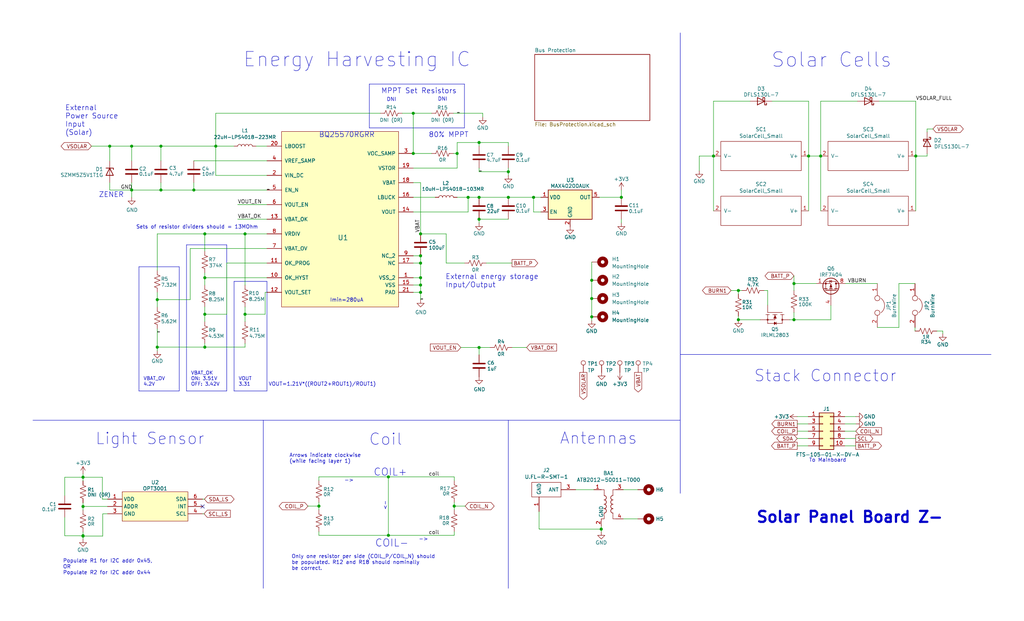
<source format=kicad_sch>
(kicad_sch (version 20230121) (generator eeschema)
  (paper "USLegal")
  (title_block (title "PyCubed Mini") (date "2023-04-25") (rev "B3/02") (company "REx Lab Carnegie Mellon University") (comment 1 "Z.Manchester") (comment 2 "N.Khera") (comment 3 "M.Holliday"))
  (junction (at 38.1 50.8))
  (junction (at 166.37 49.53))
  (junction (at 28.829 186.182))
  (junction (at 54.61 104.14))
  (junction (at 143.51 53.34))
  (junction (at 45.72 66.04))
  (junction (at 208.788 183.896))
  (junction (at 275.717 111.125))
  (junction (at 146.05 88.9))
  (junction (at 110.744 175.895))
  (junction (at 205.486 97.409))
  (junction (at 28.829 165.862))
  (junction (at 71.12 109.22))
  (junction (at 157.734 175.895))
  (junction (at 74.93 50.8))
  (junction (at 85.09 81.28))
  (junction (at 54.61 120.65))
  (junction (at 28.829 186.309))
  (junction (at 85.09 109.22))
  (junction (at 162.56 68.58))
  (junction (at 71.12 96.52))
  (junction (at 176.53 59.69))
  (junction (at 55.88 50.8))
  (junction (at 247.777 54.229))
  (junction (at 284.988 54.229))
  (junction (at 146.05 81.28))
  (junction (at 146.05 96.52))
  (junction (at 146.05 101.6))
  (junction (at 71.12 120.65))
  (junction (at 143.51 39.37))
  (junction (at 215.773 68.58))
  (junction (at 166.37 120.777))
  (junction (at 134.874 165.735))
  (junction (at 158.75 53.34))
  (junction (at 28.829 176.022))
  (junction (at 256.413 100.965))
  (junction (at 146.05 99.06))
  (junction (at 166.37 76.2))
  (junction (at 67.31 66.04))
  (junction (at 55.88 66.04))
  (junction (at 185.293 68.58))
  (junction (at 256.413 111.125))
  (junction (at 318.008 54.229))
  (junction (at 280.797 54.229))
  (junction (at 134.874 186.055))
  (junction (at 205.486 103.759))
  (junction (at 205.486 110.109))
  (junction (at 176.53 68.58))
  (junction (at 71.12 81.28))
  (junction (at 45.72 50.8))
  (junction (at 275.717 98.552))
  (junction (at 146.05 91.44))
  (junction (at 166.37 68.58))
  (no_connect (at 70.358 176.022))
  (wire (pts (xy 143.51 101.6) (xy 146.05 101.6)))
  (wire (pts (xy 275.717 111.125) (xy 288.544 111.125)))
  (wire (pts (xy 38.1 63.5) (xy 38.1 66.04)))
  (wire (pts (xy 146.05 91.44) (xy 146.05 88.9)))
  (polyline (pts (xy 78.74 85.09) (xy 78.74 135.89)))
  (wire (pts (xy 275.717 108.585) (xy 275.717 111.125)))
  (wire (pts (xy 71.12 106.68) (xy 71.12 109.22)))
  (wire (pts (xy 280.797 35.179) (xy 268.097 35.179)))
  (wire (pts (xy 110.744 174.625) (xy 110.744 175.895)))
  (polyline (pts (xy 81.28 97.79) (xy 92.71 97.79)))
  (wire (pts (xy 205.486 97.409) (xy 205.486 103.759)))
  (wire (pts (xy 321.945 53.467) (xy 321.945 54.229)))
  (wire (pts (xy 85.09 119.38) (xy 85.09 120.65)))
  (wire (pts (xy 293.624 98.552) (xy 304.673 98.552)))
  (wire (pts (xy 146.05 81.28) (xy 146.05 63.5)))
  (polyline (pts (xy 92.71 97.79) (xy 92.71 135.89)))
  (wire (pts (xy 275.717 98.552) (xy 275.717 100.965)))
  (wire (pts (xy 205.486 111.379) (xy 205.486 110.109)))
  (wire (pts (xy 78.74 91.44) (xy 92.71 91.44)))
  (wire (pts (xy 54.61 120.65) (xy 71.12 120.65)))
  (wire (pts (xy 158.75 53.34) (xy 158.75 58.42)))
  (wire (pts (xy 242.824 54.229) (xy 247.777 54.229)))
  (wire (pts (xy 157.48 39.37) (xy 167.64 39.37)))
  (wire (pts (xy 82.55 76.2) (xy 92.71 76.2)))
  (wire (pts (xy 139.7 39.37) (xy 143.51 39.37)))
  (wire (pts (xy 176.53 60.96) (xy 176.53 59.69)))
  (wire (pts (xy 143.51 99.06) (xy 146.05 99.06)))
  (wire (pts (xy 275.717 98.552) (xy 283.464 98.552)))
  (wire (pts (xy 247.777 35.179) (xy 247.777 54.229)))
  (wire (pts (xy 176.53 58.42) (xy 176.53 59.69)))
  (wire (pts (xy 110.744 184.785) (xy 110.744 186.055)))
  (wire (pts (xy 45.72 50.8) (xy 55.88 50.8)))
  (wire (pts (xy 35.687 178.562) (xy 35.687 186.309)))
  (wire (pts (xy 321.945 44.831) (xy 321.945 45.847)))
  (wire (pts (xy 318.008 35.179) (xy 318.008 54.229)))
  (polyline (pts (xy 92.71 135.89) (xy 81.28 135.89)))
  (wire (pts (xy 146.05 104.14) (xy 146.05 101.6)))
  (wire (pts (xy 85.09 81.28) (xy 85.09 99.06)))
  (wire (pts (xy 160.02 120.777) (xy 166.37 120.777)))
  (wire (pts (xy 134.874 165.735) (xy 157.734 165.735)))
  (wire (pts (xy 166.37 76.2) (xy 176.53 76.2)))
  (wire (pts (xy 321.945 44.831) (xy 323.977 44.831)))
  (wire (pts (xy 28.829 187.325) (xy 28.829 186.309)))
  (wire (pts (xy 22.479 172.212) (xy 22.479 165.862)))
  (wire (pts (xy 208.788 182.88) (xy 208.788 183.896)))
  (polyline (pts (xy 176.53 146.05) (xy 176.53 204.47)))
  (wire (pts (xy 28.829 174.752) (xy 28.829 176.022)))
  (polyline (pts (xy 64.77 135.89) (xy 64.77 85.09)))
  (polyline (pts (xy 236.22 11.43) (xy 236.22 171.45)))
  (wire (pts (xy 74.93 50.8) (xy 74.93 60.96)))
  (wire (pts (xy 134.874 186.055) (xy 157.734 186.055)))
  (wire (pts (xy 28.829 186.309) (xy 35.687 186.309)))
  (wire (pts (xy 256.413 111.125) (xy 264.033 111.125)))
  (wire (pts (xy 74.93 39.37) (xy 74.93 50.8)))
  (polyline (pts (xy 161.29 44.45) (xy 128.27 44.45)))
  (wire (pts (xy 166.37 58.42) (xy 166.37 59.69)))
  (wire (pts (xy 35.687 178.562) (xy 37.338 178.562)))
  (polyline (pts (xy 91.44 146.05) (xy 91.44 204.47)))
  (wire (pts (xy 22.479 165.862) (xy 28.829 165.862)))
  (wire (pts (xy 208.915 183.896) (xy 208.788 183.896)))
  (wire (pts (xy 67.31 66.04) (xy 67.31 63.5)))
  (polyline (pts (xy 161.29 29.21) (xy 161.29 44.45)))
  (wire (pts (xy 276.86 154.94) (xy 280.67 154.94)))
  (wire (pts (xy 253.873 100.965) (xy 256.413 100.965)))
  (wire (pts (xy 54.61 114.3) (xy 54.61 120.65)))
  (wire (pts (xy 205.486 91.059) (xy 205.486 97.409)))
  (wire (pts (xy 260.477 35.179) (xy 247.777 35.179)))
  (wire (pts (xy 208.153 68.58) (xy 215.773 68.58)))
  (wire (pts (xy 215.773 76.2) (xy 215.773 77.47)))
  (wire (pts (xy 55.88 66.04) (xy 67.31 66.04)))
  (wire (pts (xy 158.75 68.58) (xy 162.56 68.58)))
  (wire (pts (xy 146.05 88.9) (xy 143.51 88.9)))
  (wire (pts (xy 297.18 147.32) (xy 293.37 147.32)))
  (wire (pts (xy 276.86 147.32) (xy 280.67 147.32)))
  (wire (pts (xy 71.12 119.38) (xy 71.12 120.65)))
  (wire (pts (xy 92.71 55.88) (xy 67.31 55.88)))
  (wire (pts (xy 199.898 170.18) (xy 206.248 170.18)))
  (wire (pts (xy 284.988 54.229) (xy 284.988 73.279)))
  (wire (pts (xy 146.05 99.06) (xy 146.05 96.52)))
  (wire (pts (xy 276.86 152.4) (xy 280.67 152.4)))
  (wire (pts (xy 177.8 120.777) (xy 182.88 120.777)))
  (wire (pts (xy 55.88 50.8) (xy 55.88 55.88)))
  (wire (pts (xy 71.12 94.869) (xy 71.12 96.52)))
  (wire (pts (xy 284.988 35.179) (xy 284.988 54.229)))
  (wire (pts (xy 55.88 50.8) (xy 74.93 50.8)))
  (wire (pts (xy 71.12 81.28) (xy 54.61 81.28)))
  (wire (pts (xy 28.829 184.912) (xy 28.829 186.182)))
  (wire (pts (xy 161.544 175.895) (xy 157.734 175.895)))
  (wire (pts (xy 45.72 55.88) (xy 45.72 50.8)))
  (wire (pts (xy 157.734 184.785) (xy 157.734 186.055)))
  (wire (pts (xy 293.37 152.4) (xy 297.18 152.4)))
  (wire (pts (xy 221.488 170.18) (xy 216.408 170.18)))
  (wire (pts (xy 256.413 100.965) (xy 257.683 100.965)))
  (wire (pts (xy 143.51 53.34) (xy 143.51 39.37)))
  (polyline (pts (xy 62.23 135.89) (xy 48.26 135.89)))
  (polyline (pts (xy 128.27 29.21) (xy 161.29 29.21)))
  (wire (pts (xy 92.075 109.22) (xy 92.075 101.6)))
  (wire (pts (xy 74.93 50.8) (xy 81.28 50.8)))
  (wire (pts (xy 74.93 60.96) (xy 92.71 60.96)))
  (polyline (pts (xy 62.23 92.71) (xy 62.23 135.89)))
  (wire (pts (xy 256.413 100.965) (xy 256.413 102.235)))
  (wire (pts (xy 54.61 121.92) (xy 54.61 120.65)))
  (wire (pts (xy 85.09 81.28) (xy 92.71 81.28)))
  (wire (pts (xy 38.1 55.88) (xy 38.1 50.8)))
  (wire (pts (xy 166.37 50.8) (xy 166.37 49.53)))
  (wire (pts (xy 166.37 59.69) (xy 176.53 59.69)))
  (wire (pts (xy 280.797 54.229) (xy 284.988 54.229)))
  (wire (pts (xy 35.56 165.862) (xy 28.829 165.862)))
  (wire (pts (xy 66.04 104.14) (xy 66.04 86.36)))
  (wire (pts (xy 110.744 165.735) (xy 134.874 165.735)))
  (wire (pts (xy 158.75 49.53) (xy 166.37 49.53)))
  (wire (pts (xy 317.754 98.552) (xy 312.166 98.552)))
  (wire (pts (xy 293.37 149.86) (xy 297.18 149.86)))
  (wire (pts (xy 312.166 98.552) (xy 312.166 113.792)))
  (wire (pts (xy 35.56 173.482) (xy 37.338 173.482)))
  (wire (pts (xy 280.797 54.229) (xy 280.797 73.279)))
  (wire (pts (xy 146.05 101.6) (xy 146.05 99.06)))
  (wire (pts (xy 167.64 39.37) (xy 167.64 40.64)))
  (wire (pts (xy 55.88 63.5) (xy 55.88 66.04)))
  (wire (pts (xy 146.05 96.52) (xy 146.05 91.44)))
  (wire (pts (xy 28.829 186.309) (xy 28.829 186.182)))
  (wire (pts (xy 266.573 106.045) (xy 266.573 100.965)))
  (wire (pts (xy 154.94 91.44) (xy 154.94 81.28)))
  (polyline (pts (xy 81.28 135.89) (xy 81.28 97.79)))
  (wire (pts (xy 82.55 71.12) (xy 92.71 71.12)))
  (polyline (pts (xy 78.74 135.89) (xy 64.77 135.89)))
  (wire (pts (xy 110.744 165.735) (xy 110.744 167.005)))
  (wire (pts (xy 28.829 164.719) (xy 28.829 165.862)))
  (wire (pts (xy 166.37 123.317) (xy 166.37 120.777)))
  (wire (pts (xy 54.61 104.14) (xy 66.04 104.14)))
  (wire (pts (xy 327.406 115.951) (xy 327.406 115.062)))
  (wire (pts (xy 154.94 91.44) (xy 161.29 91.44)))
  (wire (pts (xy 162.56 73.66) (xy 162.56 68.58)))
  (wire (pts (xy 297.688 35.179) (xy 284.988 35.179)))
  (wire (pts (xy 166.37 76.2) (xy 166.37 77.47)))
  (wire (pts (xy 92.71 66.04) (xy 67.31 66.04)))
  (wire (pts (xy 157.48 53.34) (xy 158.75 53.34)))
  (wire (pts (xy 71.12 120.65) (xy 85.09 120.65)))
  (wire (pts (xy 187.325 183.769) (xy 187.325 183.896)))
  (wire (pts (xy 317.754 113.792) (xy 317.754 115.062)))
  (wire (pts (xy 321.945 54.229) (xy 318.008 54.229)))
  (wire (pts (xy 215.773 66.04) (xy 215.773 68.58)))
  (wire (pts (xy 85.09 106.68) (xy 85.09 109.22)))
  (wire (pts (xy 106.934 175.895) (xy 110.744 175.895)))
  (wire (pts (xy 157.734 165.735) (xy 157.734 167.005)))
  (polyline (pts (xy 48.26 92.71) (xy 62.23 92.71)))
  (wire (pts (xy 31.75 50.8) (xy 38.1 50.8)))
  (wire (pts (xy 205.486 103.759) (xy 205.486 110.109)))
  (wire (pts (xy 318.008 54.229) (xy 318.008 73.279)))
  (wire (pts (xy 166.37 49.53) (xy 176.53 49.53)))
  (wire (pts (xy 187.198 183.769) (xy 187.198 177.8)))
  (polyline (pts (xy 64.77 85.09) (xy 78.74 85.09)))
  (wire (pts (xy 162.56 68.58) (xy 166.37 68.58)))
  (wire (pts (xy 71.12 109.22) (xy 78.74 109.22)))
  (wire (pts (xy 256.413 109.855) (xy 256.413 111.125)))
  (wire (pts (xy 143.51 68.58) (xy 151.13 68.58)))
  (wire (pts (xy 185.293 73.66) (xy 185.293 68.58)))
  (wire (pts (xy 176.53 68.58) (xy 185.293 68.58)))
  (wire (pts (xy 304.673 113.792) (xy 312.166 113.792)))
  (wire (pts (xy 71.12 96.52) (xy 71.12 99.06)))
  (wire (pts (xy 221.488 180.34) (xy 216.408 180.34)))
  (wire (pts (xy 38.1 66.04) (xy 45.72 66.04)))
  (wire (pts (xy 85.09 81.28) (xy 71.12 81.28)))
  (wire (pts (xy 70.358 173.482) (xy 70.993 173.482)))
  (wire (pts (xy 85.09 109.22) (xy 85.09 111.76)))
  (wire (pts (xy 28.829 176.022) (xy 28.829 177.292)))
  (wire (pts (xy 38.1 50.8) (xy 45.72 50.8)))
  (wire (pts (xy 92.075 101.6) (xy 92.71 101.6)))
  (wire (pts (xy 242.824 54.229) (xy 242.824 59.309)))
  (wire (pts (xy 265.303 100.965) (xy 266.573 100.965)))
  (wire (pts (xy 275.717 95.885) (xy 275.717 98.552)))
  (wire (pts (xy 158.75 58.42) (xy 143.51 58.42)))
  (wire (pts (xy 88.9 50.8) (xy 92.71 50.8)))
  (wire (pts (xy 45.72 66.04) (xy 55.88 66.04)))
  (wire (pts (xy 280.67 144.78) (xy 276.86 144.78)))
  (wire (pts (xy 54.61 104.14) (xy 54.61 106.68)))
  (wire (pts (xy 28.829 165.862) (xy 28.829 167.132)))
  (wire (pts (xy 276.86 149.86) (xy 280.67 149.86)))
  (wire (pts (xy 187.325 183.896) (xy 208.788 183.896)))
  (wire (pts (xy 54.61 81.28) (xy 54.61 93.98)))
  (wire (pts (xy 168.91 91.44) (xy 177.8 91.44)))
  (wire (pts (xy 297.18 154.94) (xy 293.37 154.94)))
  (wire (pts (xy 71.12 81.28) (xy 71.12 87.249)))
  (wire (pts (xy 134.874 165.735) (xy 134.874 186.055)))
  (polyline (pts (xy 236.22 123.19) (xy 344.17 123.19)))
  (wire (pts (xy 157.734 175.895) (xy 157.734 177.165)))
  (wire (pts (xy 110.744 175.895) (xy 110.744 177.165)))
  (wire (pts (xy 280.797 54.229) (xy 280.797 35.179)))
  (wire (pts (xy 185.293 68.58) (xy 187.833 68.58)))
  (wire (pts (xy 143.51 39.37) (xy 149.86 39.37)))
  (wire (pts (xy 74.93 39.37) (xy 132.08 39.37)))
  (wire (pts (xy 143.51 73.66) (xy 162.56 73.66)))
  (polyline (pts (xy 48.26 135.89) (xy 48.26 92.71)))
  (wire (pts (xy 54.61 101.6) (xy 54.61 104.14)))
  (wire (pts (xy 22.479 186.182) (xy 28.829 186.182)))
  (wire (pts (xy 143.51 91.44) (xy 146.05 91.44)))
  (wire (pts (xy 187.325 183.769) (xy 187.198 183.769)))
  (wire (pts (xy 71.12 109.22) (xy 71.12 111.76)))
  (wire (pts (xy 274.193 111.125) (xy 275.717 111.125)))
  (wire (pts (xy 288.544 106.172) (xy 288.544 111.125)))
  (wire (pts (xy 176.53 50.8) (xy 176.53 49.53)))
  (wire (pts (xy 166.37 120.777) (xy 170.18 120.777)))
  (wire (pts (xy 247.777 73.279) (xy 247.777 54.229)))
  (wire (pts (xy 157.734 174.625) (xy 157.734 175.895)))
  (polyline (pts (xy 11.43 146.05) (xy 236.22 146.05)))
  (wire (pts (xy 66.04 86.36) (xy 92.71 86.36)))
  (wire (pts (xy 305.308 35.179) (xy 318.008 35.179)))
  (wire (pts (xy 158.75 49.53) (xy 158.75 53.34)))
  (wire (pts (xy 154.94 81.28) (xy 146.05 81.28)))
  (wire (pts (xy 45.72 63.5) (xy 45.72 66.04)))
  (wire (pts (xy 297.18 144.78) (xy 293.37 144.78)))
  (wire (pts (xy 71.12 96.52) (xy 92.71 96.52)))
  (wire (pts (xy 187.833 73.66) (xy 185.293 73.66)))
  (wire (pts (xy 28.829 176.022) (xy 37.338 176.022)))
  (wire (pts (xy 110.744 186.055) (xy 134.874 186.055)))
  (wire (pts (xy 208.788 184.785) (xy 208.788 183.896)))
  (wire (pts (xy 45.72 66.04) (xy 45.72 68.58)))
  (wire (pts (xy 22.479 179.832) (xy 22.479 186.182)))
  (wire (pts (xy 35.56 173.482) (xy 35.56 165.862)))
  (wire (pts (xy 143.51 53.34) (xy 149.86 53.34)))
  (wire (pts (xy 78.74 109.22) (xy 78.74 91.44)))
  (wire (pts (xy 143.51 96.52) (xy 146.05 96.52)))
  (wire (pts (xy 85.09 109.22) (xy 92.075 109.22)))
  (polyline (pts (xy 128.27 44.45) (xy 128.27 29.21)))
  (wire (pts (xy 327.406 115.062) (xy 325.374 115.062)))
  (wire (pts (xy 70.358 178.562) (xy 70.866 178.562)))
  (wire (pts (xy 166.37 68.58) (xy 176.53 68.58)))
  (wire (pts (xy 146.05 63.5) (xy 143.51 63.5)))
  (text "Antennas" (at 194.31 154.813 0) (effects (font (size 4 4)) (justify left bottom)))
  (text "80% MPPT " (at 148.844 48.006 0) (effects (font (size 1.778 1.778)) (justify left bottom)))
  (text "DNI" (at 152.019 35.306 0) (effects (font (size 1.27 1.27)) (justify left bottom)))
  (text "Solar Cells\n" (at 267.716 23.876 0) (effects (font (size 5 5)) (justify left bottom)))
  (text "External\nPower Source\nInput\n(Solar)" (at 22.606 47.244 0) (effects (font (size 1.778 1.778)) (justify left bottom)))
  (text "Only one resistor per side (COIL_P/COIL_N) should \nbe populated. R12 and R18 should nominally \nbe correct." (at 101.219 198.374 0) (effects (font (size 1.27 1.27)) (justify left bottom)))
  (text "Stack Connector\n" (at 261.747 133.096 0) (effects (font (size 4 4)) (justify left bottom)))
  (text "VOUT\n3.31" (at 82.804 134.366 0) (effects (font (size 1.2 1.2)) (justify left bottom)))
  (text "->" (at 148.717 188.214 0) (effects (font (size 1.27 1.27)) (justify right bottom)))
  (text "Energy Harvesting IC" (at 84.328 23.749 0) (effects (font (size 5 5)) (justify left bottom)))
  (text "MPPT Set Resistors " (at 132.334 32.766 0) (effects (font (size 1.778 1.778)) (justify left bottom)))
  (text "Arrows indicate clockwise\n(while facing layer 1)" (at 100.457 161.163 0) (effects (font (size 1.27 1.27)) (justify left bottom)))
  (text "<-" (at 134.493 177.419 90) (effects (font (size 1.27 1.27)) (justify left bottom)))
  (text "External energy storage\nInput/Output" (at 154.686 100.203 0) (effects (font (size 1.778 1.778)) (justify left bottom)))
  (text "Populate R1 for I2C addr 0x45, \nOR\nPopulate R2 for I2C addr 0x44" (at 21.844 199.898 0) (effects (font (size 1.27 1.27)) (justify left bottom)))
  (text "COIL+" (at 129.667 165.735 0) (effects (font (size 2.54 2.54)) (justify left bottom)))
  (text "BQ25570RGRR" (at 110.744 48.006 0) (effects (font (size 1.778 1.778)) (justify left bottom)))
  (text "DNI" (at 134.239 35.433 0) (effects (font (size 1.27 1.27)) (justify left bottom)))
  (text "Light Sensor" (at 33.02 154.94 0) (effects (font (size 4 4)) (justify left bottom)))
  (text "Solar Panel Board Z-" (at 262.382 182.118 0) (effects (font (size 3.81 3.81) (thickness 0.762) bold) (justify left bottom)))
  (text "->" (at 119.507 167.767 0) (effects (font (size 1.27 1.27)) (justify left bottom)))
  (text "VOUT=1.21V*((ROUT2+ROUT1)/ROUT1)" (at 93.218 134.366 0) (effects (font (size 1.27 1.27)) (justify left bottom)))
  (text "VBAT_OV\n4.2V" (at 49.784 134.366 0) (effects (font (size 1.2 1.2)) (justify left bottom)))
  (text "VBAT_OK\nON: 3.51V\nOFF: 3.42V" (at 66.294 134.366 0) (effects (font (size 1.2 1.2)) (justify left bottom)))
  (text "COIL-" (at 130.175 190.373 0) (effects (font (size 2.54 2.54)) (justify left bottom)))
  (text "To Mainboard" (at 280.924 160.782 0) (effects (font (size 1.27 1.27)) (justify left bottom)))
  (text "Sets of resistor dividers should = 13MOhm" (at 47.244 79.756 0) (effects (font (size 1.27 1.27)) (justify left bottom)))
  (text "Imin=280uA" (at 114.554 105.156 0) (effects (font (size 1.27 1.27)) (justify left bottom)))
  (text "ZENER" (at 34.29 68.834 0) (effects (font (size 1.778 1.778)) (justify left bottom)))
  (text "Coil" (at 128.016 155.194 0) (effects (font (size 4 4)) (justify left bottom)))
  (label "GND" (at 158.75 39.37 0) (effects (font (size 0.254 0.254))))
  (label "coil" (at 148.844 186.055 0))
  (label "GND" (at 92.71 66.04 0) (effects (font (size 0.254 0.254))))
  (label "VBAT_OK" (at 82.55 76.2 0))
  (label "coil" (at 148.844 165.735 0))
  (label "VOUT_EN" (at 82.55 71.12 0))
  (label "VBURN" (at 300.863 98.552 180))
  (label "VBAT" (at 146.05 76.2 270))
  (label "GND" (at 166.37 59.69 0) (effects (font (size 0.254 0.254))))
  (label "GND" (at 146.05 104.14 0) (effects (font (size 0.254 0.254))))
  (label "GND" (at 41.91 66.04 0))
  (label "GND" (at 54.61 115.57 0) (effects (font (size 0.254 0.254))))
  (label "VSOLAR_FULL" (at 318.008 35.179 0))
  (global_label "SDA_LS" (shape bidirectional) (at 70.993 173.482 0) (property "Intersheetrefs" "${INTERSHEET_REFS}" (effects hide)))
  (global_label "VBAT_OK" (shape input) (at 182.88 120.777 0) (property "Intersheetrefs" "${INTERSHEET_REFS}" (effects hide)))
  (global_label "VSOLAR" (shape bidirectional) (at 31.75 50.8 180) (property "Intersheetrefs" "${INTERSHEET_REFS}" (effects hide)))
  (global_label "BATT_P" (shape output) (at 177.8 91.44 0) (property "Intersheetrefs" "${INTERSHEET_REFS}" (effects hide)))
  (global_label "VOUT_EN" (shape input) (at 160.02 120.777 180) (property "Intersheetrefs" "${INTERSHEET_REFS}" (effects hide)))
  (global_label "VSOLAR" (shape bidirectional) (at 323.977 44.831 0) (property "Intersheetrefs" "${INTERSHEET_REFS}" (effects hide)))
  (global_label "BURN1" (shape output) (at 276.86 147.32 180) (property "Intersheetrefs" "${INTERSHEET_REFS}" (effects hide)))
  (global_label "COIL_N" (shape input) (at 297.18 149.86 0) (property "Intersheetrefs" "${INTERSHEET_REFS}" (effects hide)))
  (global_label "BATT_P" (shape bidirectional) (at 275.717 95.885 180) (property "Intersheetrefs" "${INTERSHEET_REFS}" (effects hide)))
  (global_label "COIL_P" (shape bidirectional) (at 106.934 175.895 180) (property "Intersheetrefs" "${INTERSHEET_REFS}" (effects hide)))
  (global_label "BURN1" (shape bidirectional) (at 253.873 100.965 180) (property "Intersheetrefs" "${INTERSHEET_REFS}" (effects hide)))
  (global_label "SCL" (shape output) (at 297.18 152.4 0) (property "Intersheetrefs" "${INTERSHEET_REFS}" (effects hide)))
  (global_label "COIL_P" (shape output) (at 276.86 149.86 180) (property "Intersheetrefs" "${INTERSHEET_REFS}" (effects hide)))
  (global_label "BATT_P" (shape output) (at 276.86 154.94 180) (property "Intersheetrefs" "${INTERSHEET_REFS}" (effects hide)))
  (global_label "SCL_LS" (shape input) (at 70.866 178.562 0) (property "Intersheetrefs" "${INTERSHEET_REFS}" (effects hide)))
  (global_label "COIL_N" (shape bidirectional) (at 161.544 175.895 0) (property "Intersheetrefs" "${INTERSHEET_REFS}" (effects hide)))
  (global_label "VBAT" (shape output) (at 221.615 129.413 270) (property "Intersheetrefs" "${INTERSHEET_REFS}" (effects hide)))
  (global_label "VSOLAR" (shape output) (at 202.565 129.413 270) (property "Intersheetrefs" "${INTERSHEET_REFS}" (effects hide)))
  (global_label "BATT_P" (shape output) (at 297.18 154.94 0) (property "Intersheetrefs" "${INTERSHEET_REFS}" (effects hide)))
  (global_label "SDA" (shape bidirectional) (at 276.86 152.4 180) (property "Intersheetrefs" "${INTERSHEET_REFS}" (effects hide)))
  (symbol (lib_id "Device:C") (at 176.53 54.61 0) (unit 1)
    (property "Reference" "C9" (at 179.07 53.848 0) (effects (font (size 1.2 1.2)) (justify left)))
    (property "Value" "0.1uF" (at 179.07 55.626 0) (effects (font (size 1.2 1.2)) (justify left)))
    (property "Footprint" "Capacitor_SMD:C_0603_1608Metric" (effects hide))
    (property "Description" "CAP CER 0.1UF 50V X7R 0603" (effects hide))
    (property "Manufacturer_Name" "KYOCERA AVX" (effects hide))
    (property "Manufacturer_Part_Number" "06035C104K4T2A" (effects hide))
    (property "Package/Footprint" "0603" (effects hide))
    (property "Website" "https://www.digikey.pt/pt/products/detail/kyocera-avx/KAM15AR71H104KT/1950904?s=N4IgTCBcDaIAwDY4GYCsBhAjHALAaRwBUwBBEAXQF8g" (effects hide))
  )
  (symbol (lib_id "Device:R_US") (at 85.09 115.57 180) (unit 1)
    (property "Reference" "R11" (at 88.392 113.919 0) (effects (font (size 1.2 1.2)) (justify bottom)))
    (property "Value" "4.75M" (at 89.281 117.475 0) (effects (font (size 1.2 1.2)) (justify top)))
    (property "Footprint" "Resistor_SMD:R_0603_1608Metric" (effects hide))
    (property "Description" "RES 4.75M OHM 1% 1/10W 0603" (effects hide))
    (property "Manufacturer_Name" "Stackpole Electronics Inc" (effects hide))
    (property "Manufacturer_Part_Number" "RMCF0603FT4M75" (effects hide))
    (property "Package/Footprint" "0603" (effects hide))
    (property "Website" "https://www.digikey.pt/pt/products/detail/stackpole-electronics-inc/RMCF0603FT4M75/1761161?s=N4IgTCBcDaIEoFkDCAxADANjQZhQFQBYEB2AVhAF0BfIA" (effects hide))
  )
  (symbol (lib_id "Device:R_US") (at 85.09 102.87 180) (unit 1)
    (property "Reference" "R10" (at 88.138 101.219 0) (effects (font (size 1.2 1.2)) (justify bottom)))
    (property "Value" "8.25M" (at 89.154 104.648 0) (effects (font (size 1.2 1.2)) (justify top)))
    (property "Footprint" "Resistor_SMD:R_0603_1608Metric" (effects hide))
    (property "Description" "RES SMD 8.25M OHM 1% 1/10W 0603" (effects hide))
    (property "Manufacturer_Name" "Vishay Dale" (effects hide))
    (property "Manufacturer_Part_Number" "CRCW06038M25FKEA" (effects hide))
    (property "Package/Footprint" "0603" (effects hide))
    (property "Website" "https://www.digikey.pt/pt/products/detail/vishay-dale/CRCW06038M25FKEA/1175115" (effects hide))
  )
  (symbol (lib_id "Device:C") (at 215.773 72.39 0) (unit 1)
    (property "Reference" "C11" (at 218.313 71.374 0) (effects (font (size 1.2 1.2)) (justify left)))
    (property "Value" "0.1uF" (at 218.313 73.406 0) (effects (font (size 1.2 1.2)) (justify left)))
    (property "Footprint" "Capacitor_SMD:C_0603_1608Metric" (effects hide))
    (property "Description" "CAP CER 0.1UF 50V X7R 0603" (effects hide))
    (property "Manufacturer_Name" "KYOCERA AVX" (effects hide))
    (property "Manufacturer_Part_Number" "06035C104K4T2A" (effects hide))
    (property "Package/Footprint" "0603" (effects hide))
    (property "Website" "https://www.digikey.pt/pt/products/detail/kyocera-avx/KAM15AR71H104KT/1950904?s=N4IgTCBcDaIAwDY4GYCsBhAjHALAaRwBUwBBEAXQF8g" (effects hide))
  )
  (symbol (lib_id "Device:R_US") (at 165.1 91.44 270) (unit 1)
    (property "Reference" "R3" (at 165.1 90.17 90) (effects (font (size 1.2 1.2)) (justify bottom)))
    (property "Value" "0R" (at 165.1 93.091 90) (effects (font (size 1.2 1.2)) (justify top)))
    (property "Footprint" "Resistor_SMD:R_0603_1608Metric" (effects hide))
    (property "Description" "RES 0 OHM JUMPER 1/10W 0603" (effects hide))
    (property "Manufacturer_Name" "Stackpole Electronics Inc" (effects hide))
    (property "Manufacturer_Part_Number" "RMCF0603ZT0R00" (effects hide))
    (property "Package/Footprint" "0603" (effects hide))
    (property "Website" "https://www.digikey.pt/pt/products/detail/stackpole-electronics-inc/RMCF0603ZT0R00/1756908?s=N4IgTCBcDaIEoFkDCAxADANjQZgFoBU0400QBdAXyA" (effects hide))
  )
  (symbol (lib_id "Device:R_US") (at 54.61 110.49 180) (unit 1)
    (property "Reference" "R6" (at 57.15 108.966 0) (effects (font (size 1.2 1.2)) (justify bottom)))
    (property "Value" "5.62M" (at 58.674 112.395 0) (effects (font (size 1.2 1.2)) (justify top)))
    (property "Footprint" "Resistor_SMD:R_0603_1608Metric" (effects hide))
    (property "Description" "RES 5.62M OHM 1% 1/10W 0603" (effects hide))
    (property "Manufacturer_Name" "Stackpole Electronics Inc" (effects hide))
    (property "Manufacturer_Part_Number" "RMCF0603FT5M62" (effects hide))
    (property "Package/Footprint" "0603" (effects hide))
    (property "Website" "https://www.digikey.pt/pt/products/detail/stackpole-electronics-inc/RMCF0603FT5M62/6266838?s=N4IgTCBcDaIEoFkDCAxADANjQZhQFQFYEMIBdAXyA" (effects hide))
  )
  (symbol (lib_id "power:GND") (at 146.05 104.14 0) (unit 1)
    (property "Reference" "#PWR08" (effects hide))
    (property "Value" "GND" (at 146.177 108.5342 0))
  )
  (symbol (lib_id "power:GND") (at 54.61 121.92 0) (unit 1)
    (property "Reference" "#PWR04" (effects hide))
    (property "Value" "GND" (at 54.61 125.476 0))
  )
  (symbol (lib_id "power:GND") (at 45.72 68.58 0) (unit 1)
    (property "Reference" "#PWR03" (effects hide))
    (property "Value" "GND" (at 45.847 72.9742 0))
  )
  (symbol (lib_id "power:GND") (at 167.64 40.64 0) (unit 1)
    (property "Reference" "#PWR010" (effects hide))
    (property "Value" "GND" (at 167.64 44.45 0))
  )
  (symbol (lib_id "power:GND") (at 166.37 77.47 0) (unit 1)
    (property "Reference" "#PWR09" (effects hide))
    (property "Value" "GND" (at 166.37 81.153 0))
  )
  (symbol (lib_id "power:GND") (at 176.53 60.96 0) (unit 1)
    (property "Reference" "#PWR011" (effects hide))
    (property "Value" "GND" (at 176.53 64.77 0))
  )
  (symbol (lib_id "solarpanels:SolarCell_Small") (at 301.498 54.229 0) (mirror y) (unit 1)
    (property "Reference" "SC3" (at 301.498 44.958 0))
    (property "Value" "SolarCell_Small" (at 301.498 47.2694 0))
    (property "Footprint" "solarpanels:KXOB25-05X3F" (effects hide))
    (property "Description" "MONOCRYS SOLAR CELL 30.7MW 2.07V" (effects hide))
    (property "Manufacturer_Name" "ANYSOLAR Ltd" (effects hide))
    (property "Manufacturer_Part_Number" "KXOB25-05X3F-TR" (effects hide))
    (property "Website" "https://www.digikey.pt/pt/products/detail/anysolar-ltd/KXOB25-05X3F-TR/9990478?s=N4IgTCBcDaINIA0DyAhMBWAtABnQgzAGKYAqASiALoC%2BQA" (effects hide))
  )
  (symbol (lib_id "power:GND") (at 28.829 187.325 0) (unit 1)
    (property "Reference" "#PWR07" (effects hide))
    (property "Value" "GND" (at 28.829 191.135 0))
  )
  (symbol (lib_id "Device:R_US") (at 28.829 170.942 180) (unit 1)
    (property "Reference" "R1" (at 30.353 170.18 0) (effects (font (size 1.2 1.2)) (justify right)))
    (property "Value" "DNI (0R)" (at 30.353 171.958 0) (effects (font (size 1.2 1.2)) (justify right)))
    (property "Footprint" "Resistor_SMD:R_0402_1005Metric" (effects hide))
    (property "Description" "RES 0 OHM JUMPER 1/16W 0402" (effects hide))
    (property "Manufacturer_Name" "Stackpole Electronics Inc" (effects hide))
    (property "Manufacturer_Part_Number" "RMCF0402ZT0R00" (effects hide))
    (property "Package/Footprint" "0402" (effects hide))
    (property "Website" "https://www.digikey.pt/pt/products/detail/stackpole-electronics-inc/RMCF0402ZT0R00/1756905?s=N4IgTCBcDaIEoFkDCAxADAFjWAWgFTTjTRAF0BfIA" (effects hide))
    (property "DNI" "DNI" (effects hide))
  )
  (symbol (lib_id "solarpanels:SolarCell_Small") (at 301.498 73.279 0) (mirror y) (unit 1)
    (property "Reference" "SC4" (at 301.498 64.008 0))
    (property "Value" "SolarCell_Small" (at 301.498 66.3194 0))
    (property "Footprint" "solarpanels:KXOB25-05X3F" (effects hide))
    (property "Description" "MONOCRYS SOLAR CELL 30.7MW 2.07V" (effects hide))
    (property "Manufacturer_Name" "ANYSOLAR Ltd" (effects hide))
    (property "Manufacturer_Part_Number" "KXOB25-05X3F-TR" (effects hide))
    (property "Website" "https://www.digikey.pt/pt/products/detail/anysolar-ltd/KXOB25-05X3F-TR/9990478?s=N4IgTCBcDaINIA0DyAhMBWAtABnQgzAGKYAqASiALoC%2BQA" (effects hide))
  )
  (symbol (lib_id "solarpanels:SolarCell_Small") (at 264.287 54.229 0) (mirror y) (unit 1)
    (property "Reference" "SC1" (at 264.287 44.958 0))
    (property "Value" "SolarCell_Small" (at 264.287 47.2694 0))
    (property "Footprint" "solarpanels:KXOB25-05X3F" (effects hide))
    (property "Description" "MONOCRYS SOLAR CELL 30.7MW 2.07V" (effects hide))
    (property "Manufacturer_Name" "ANYSOLAR Ltd" (effects hide))
    (property "Manufacturer_Part_Number" "KXOB25-05X3F-TR" (effects hide))
    (property "Website" "https://www.digikey.pt/pt/products/detail/anysolar-ltd/KXOB25-05X3F-TR/9990478?s=N4IgTCBcDaINIA0DyAhMBWAtABnQgzAGKYAqASiALoC%2BQA" (effects hide))
  )
  (symbol (lib_id "solarpanels:SolarCell_Small") (at 264.287 73.279 0) (mirror y) (unit 1)
    (property "Reference" "SC2" (at 264.287 64.008 0))
    (property "Value" "SolarCell_Small" (at 264.287 66.3194 0))
    (property "Footprint" "solarpanels:KXOB25-05X3F" (effects hide))
    (property "Description" "MONOCRYS SOLAR CELL 30.7MW 2.07V" (effects hide))
    (property "Manufacturer_Name" "ANYSOLAR Ltd" (effects hide))
    (property "Manufacturer_Part_Number" "KXOB25-05X3F-TR" (effects hide))
    (property "Website" "https://www.digikey.pt/pt/products/detail/anysolar-ltd/KXOB25-05X3F-TR/9990478?s=N4IgTCBcDaINIA0DyAhMBWAtABnQgzAGKYAqASiALoC%2BQA" (effects hide))
  )
  (symbol (lib_id "Device:R_US") (at 28.829 181.102 180) (unit 1)
    (property "Reference" "R2" (at 30.353 180.34 0) (effects (font (size 1.2 1.2)) (justify right)))
    (property "Value" "0R" (at 30.353 182.118 0) (effects (font (size 1.2 1.2)) (justify right)))
    (property "Footprint" "Resistor_SMD:R_0402_1005Metric" (effects hide))
    (property "Description" "RES 0 OHM JUMPER 1/16W 0402" (effects hide))
    (property "Manufacturer_Name" "Stackpole Electronics Inc" (effects hide))
    (property "Manufacturer_Part_Number" "RMCF0402ZT0R00" (effects hide))
    (property "Package/Footprint" "0402" (effects hide))
    (property "Website" "https://www.digikey.pt/pt/products/detail/stackpole-electronics-inc/RMCF0402ZT0R00/1756905?s=N4IgTCBcDaIEoFkDCAxADAFjWAWgFTTjTRAF0BfIA" (effects hide))
  )
  (symbol (lib_id "Device:C") (at 166.37 127.127 0) (unit 1)
    (property "Reference" "C6" (at 169.164 126.111 0) (effects (font (size 1.2 1.2)) (justify left)))
    (property "Value" "1uF" (at 169.164 128.143 0) (effects (font (size 1.2 1.2)) (justify left)))
    (property "Footprint" "Capacitor_SMD:C_0603_1608Metric" (effects hide))
    (property "Description" "CAP CER 1UF 50V X5R 0603" (effects hide))
    (property "Manufacturer_Name" "Murata Electronics" (effects hide))
    (property "Manufacturer_Part_Number" "GRT188R61H105KE13D" (effects hide))
    (property "Package/Footprint" "0603" (effects hide))
    (property "Website" "https://www.digikey.pt/pt/products/detail/murata-electronics/GRT188R61H105KE13D/5416752?s=N4IgTCBcDaIOICUAqBGAHGhA2FAJFADAKwDSAoigMwAiIAugL5A" (effects hide))
  )
  (symbol (lib_id "power:+3V3") (at 28.829 164.719 0) (unit 1)
    (property "Reference" "#PWR06" (effects hide))
    (property "Value" "+3V3" (at 28.829 160.909 0))
  )
  (symbol (lib_id "power:GND") (at 166.37 130.937 0) (unit 1)
    (property "Reference" "#PWR01" (effects hide))
    (property "Value" "GND" (at 166.497 135.3312 0))
  )
  (symbol (lib_id "Device:R_US") (at 173.99 120.777 270) (unit 1)
    (property "Reference" "R4" (at 173.99 118.745 90) (effects (font (size 1.2 1.2))))
    (property "Value" "0R" (at 173.99 123.063 90) (effects (font (size 1.2 1.2))))
    (property "Footprint" "Resistor_SMD:R_0603_1608Metric" (effects hide))
    (property "Description" "RES 0 OHM JUMPER 1/10W 0603" (effects hide))
    (property "Manufacturer_Name" "Stackpole Electronics Inc" (effects hide))
    (property "Manufacturer_Part_Number" "RMCF0603ZT0R00" (effects hide))
    (property "Package/Footprint" "0603" (effects hide))
    (property "Website" "https://www.digikey.pt/pt/products/detail/stackpole-electronics-inc/RMCF0603ZT0R00/1756908?s=N4IgTCBcDaIEoFkDCAxADANjQZgFoBU0400QBdAXyA" (effects hide))
  )
  (symbol (lib_id "Device:C") (at 22.479 176.022 180) (unit 1)
    (property "Reference" "C1" (at 19.685 175.26 0) (effects (font (size 1.2 1.2)) (justify left)))
    (property "Value" "0.1uF" (at 19.685 177.038 0) (effects (font (size 1.2 1.2)) (justify left)))
    (property "Footprint" "Capacitor_SMD:C_0402_1005Metric" (effects hide))
    (property "Description" "CAP CER 0.1UF 50V X7R 0402" (effects hide))
    (property "Manufacturer_Name" "KYOCERA AVX" (effects hide))
    (property "Manufacturer_Part_Number" "04025C104KAT2A" (effects hide))
    (property "Package/Footprint" "0402" (effects hide))
    (property "Website" "https://www.digikey.pt/pt/products/detail/kyocera-avx/KGM05CR71H104KH/6564238?s=N4IgTCBcDaIAwBY5gKwGECMiDSBBAKmLiALoC%2BQA" (effects hide))
  )
  (symbol (lib_id "power:+3V3") (at 215.773 66.04 0) (unit 1)
    (property "Reference" "#PWR015" (effects hide))
    (property "Value" "+3V3" (at 215.773 62.23 0))
  )
  (symbol (lib_id "power:GND") (at 242.824 59.309 0) (mirror y) (unit 1)
    (property "Reference" "#PWR0101" (effects hide))
    (property "Value" "GND" (at 242.824 62.992 0))
  )
  (symbol (lib_id "Device:R_US") (at 110.744 180.975 180) (unit 1)
    (property "Reference" "R13" (at 112.268 180.213 0) (effects (font (size 1.2 1.2)) (justify right)))
    (property "Value" "0R" (at 112.268 181.991 0) (effects (font (size 1.2 1.2)) (justify right)))
    (property "Footprint" "Resistor_SMD:R_0603_1608Metric" (effects hide))
    (property "Description" "RES 0 OHM JUMPER 1/10W 0603" (effects hide))
    (property "Manufacturer_Name" "Stackpole Electronics Inc" (effects hide))
    (property "Manufacturer_Part_Number" "RMCF0603ZT0R00" (effects hide))
    (property "Package/Footprint" "0603" (effects hide))
    (property "Website" "https://www.digikey.pt/pt/products/detail/stackpole-electronics-inc/RMCF0603ZT0R00/1756908?s=N4IgTCBcDaIEoFkDCAxADANjQZgFoBU0400QBdAXyA" (effects hide))
  )
  (symbol (lib_id "Device:R_US") (at 110.744 170.815 180) (unit 1)
    (property "Reference" "R12" (at 112.268 170.053 0) (effects (font (size 1.2 1.2)) (justify right)))
    (property "Value" "0R" (at 112.268 171.831 0) (effects (font (size 1.2 1.2)) (justify right)))
    (property "Footprint" "Resistor_SMD:R_0603_1608Metric" (effects hide))
    (property "Description" "RES 0 OHM JUMPER 1/10W 0603" (effects hide))
    (property "Manufacturer_Name" "Stackpole Electronics Inc" (effects hide))
    (property "Manufacturer_Part_Number" "RMCF0603ZT0R00" (effects hide))
    (property "Package/Footprint" "0603" (effects hide))
    (property "Website" "https://www.digikey.pt/pt/products/detail/stackpole-electronics-inc/RMCF0603ZT0R00/1756908?s=N4IgTCBcDaIEoFkDCAxADANjQZgFoBU0400QBdAXyA" (effects hide))
  )
  (symbol (lib_id "Device:R_US") (at 157.734 180.975 180) (unit 1)
    (property "Reference" "R18" (at 152.4 179.959 0) (effects (font (size 1.2 1.2)) (justify right)))
    (property "Value" "0R" (at 153.543 181.864 0) (effects (font (size 1.2 1.2)) (justify right)))
    (property "Footprint" "Resistor_SMD:R_0603_1608Metric" (effects hide))
    (property "Description" "RES 0 OHM JUMPER 1/10W 0603" (effects hide))
    (property "Manufacturer_Name" "Stackpole Electronics Inc" (effects hide))
    (property "Manufacturer_Part_Number" "RMCF0603ZT0R00" (effects hide))
    (property "Package/Footprint" "0603" (effects hide))
    (property "Website" "https://www.digikey.pt/pt/products/detail/stackpole-electronics-inc/RMCF0603ZT0R00/1756908?s=N4IgTCBcDaIEoFkDCAxADANjQZgFoBU0400QBdAXyA" (effects hide))
  )
  (symbol (lib_id "Device:R_US") (at 157.734 170.815 180) (unit 1)
    (property "Reference" "R17" (at 152.654 169.799 0) (effects (font (size 1.2 1.2)) (justify right)))
    (property "Value" "0R" (at 153.67 171.577 0) (effects (font (size 1.2 1.2)) (justify right)))
    (property "Footprint" "Resistor_SMD:R_0603_1608Metric" (effects hide))
    (property "Description" "RES 0 OHM JUMPER 1/10W 0603" (effects hide))
    (property "Manufacturer_Name" "Stackpole Electronics Inc" (effects hide))
    (property "Manufacturer_Part_Number" "RMCF0603ZT0R00" (effects hide))
    (property "Package/Footprint" "0603" (effects hide))
    (property "Website" "https://www.digikey.pt/pt/products/detail/stackpole-electronics-inc/RMCF0603ZT0R00/1756908?s=N4IgTCBcDaIEoFkDCAxADANjQZgFoBU0400QBdAXyA" (effects hide))
  )
  (symbol (lib_id "Connector:TestPoint") (at 202.565 129.413 0) (unit 1) (in_bom no)
    (property "Reference" "TP1" (at 204.0382 126.4158 0) (effects (justify left)))
    (property "Value" "TP" (at 204.0382 128.7272 0) (effects (justify left)))
    (property "Footprint" "TestPoint:TestPoint_THTPad_D1.0mm_Drill0.5mm" (effects hide))
  )
  (symbol (lib_id "Connector:TestPoint") (at 208.915 129.413 0) (unit 1) (in_bom no)
    (property "Reference" "TP2" (at 210.3882 126.4158 0) (effects (justify left)))
    (property "Value" "TP" (at 210.3882 128.7272 0) (effects (justify left)))
    (property "Footprint" "TestPoint:TestPoint_THTPad_D1.0mm_Drill0.5mm" (effects hide))
  )
  (symbol (lib_id "Connector:TestPoint") (at 215.265 129.413 0) (unit 1) (in_bom no)
    (property "Reference" "TP3" (at 216.7382 126.4158 0) (effects (justify left)))
    (property "Value" "TP" (at 216.7382 128.7272 0) (effects (justify left)))
    (property "Footprint" "TestPoint:TestPoint_THTPad_D1.0mm_Drill0.5mm" (effects hide))
  )
  (symbol (lib_id "Connector:TestPoint") (at 221.615 129.413 0) (unit 1) (in_bom no)
    (property "Reference" "TP4" (at 223.0882 126.4158 0) (effects (justify left)))
    (property "Value" "TP" (at 223.0882 128.7272 0) (effects (justify left)))
    (property "Footprint" "TestPoint:TestPoint_THTPad_D1.0mm_Drill0.5mm" (effects hide))
  )
  (symbol (lib_id "power:GND") (at 208.915 129.413 0) (unit 1)
    (property "Reference" "#PWR0102" (effects hide))
    (property "Value" "GND" (at 208.915 133.477 0))
  )
  (symbol (lib_id "power:+3V3") (at 215.265 129.413 180) (unit 1)
    (property "Reference" "#PWR0103" (effects hide))
    (property "Value" "+3V3" (at 215.265 133.477 0))
  )
  (symbol (lib_id "Device:R_US") (at 54.61 97.79 180) (unit 1)
    (property "Reference" "R5" (at 57.15 96.266 0) (effects (font (size 1.2 1.2)) (justify bottom)))
    (property "Value" "7.32M" (at 58.674 99.695 0) (effects (font (size 1.2 1.2)) (justify top)))
    (property "Footprint" "Resistor_SMD:R_0603_1608Metric" (effects hide))
    (property "Description" "RES 7.32M OHM 1% 1/10W 0603" (effects hide))
    (property "Manufacturer_Name" "Stackpole Electronics Inc" (effects hide))
    (property "Manufacturer_Part_Number" "RMCF0603FT7M32" (effects hide))
    (property "Package/Footprint" "0603" (effects hide))
    (property "Website" "https://www.digikey.pt/pt/products/detail/stackpole-electronics-inc/RMCF0603FT7M32/6266849?s=N4IgTCBcDaIEoFkDCAxADANjQZhQFQHYFsIBdAXyA" (effects hide))
  )
  (symbol (lib_id "Device:C") (at 176.53 72.39 0) (unit 1)
    (property "Reference" "C10" (at 179.07 71.501 0) (effects (font (size 1.2 1.2)) (justify left)))
    (property "Value" "0.1uF" (at 179.07 73.279 0) (effects (font (size 1.2 1.2)) (justify left)))
    (property "Footprint" "Capacitor_SMD:C_0603_1608Metric" (effects hide))
    (property "Description" "CAP CER 0.1UF 50V X7R 0603" (effects hide))
    (property "Manufacturer_Name" "KYOCERA AVX" (effects hide))
    (property "Manufacturer_Part_Number" "06035C104K4T2A" (effects hide))
    (property "Package/Footprint" "0603" (effects hide))
    (property "Website" "https://www.digikey.pt/pt/products/detail/kyocera-avx/KAM15AR71H104KT/1950904?s=N4IgTCBcDaIAwDY4GYCsBhAjHALAaRwBUwBBEAXQF8g" (effects hide))
  )
  (symbol (lib_id "Device:R_US") (at 71.12 91.059 180) (unit 1)
    (property "Reference" "R7" (at 73.66 89.535 0) (effects (font (size 1.2 1.2)) (justify bottom)))
    (property "Value" "374K" (at 74.93 92.964 0) (effects (font (size 1.2 1.2)) (justify top)))
    (property "Footprint" "Resistor_SMD:R_0603_1608Metric" (effects hide))
    (property "Description" "RES 374K OHM 1% 1/10W 0603" (effects hide))
    (property "Manufacturer_Name" "Stackpole Electronics Inc" (effects hide))
    (property "Manufacturer_Part_Number" "RMCF0603FT374K" (effects hide))
    (property "Package/Footprint" "0603" (effects hide))
    (property "Website" "https://www.digikey.pt/pt/products/detail/stackpole-electronics-inc/RMCF0603FT374K/1713972?s=N4IgTCBcDaIEoFkDCAxADANjQZhQFWwHYAWAaRAF0BfIA" (effects hide))
  )
  (symbol (lib_id "Device:C") (at 146.05 85.09 0) (unit 1)
    (property "Reference" "C5" (at 148.844 84.074 0) (effects (font (size 1.2 1.2)) (justify left)))
    (property "Value" "100uF" (at 148.844 86.106 0) (effects (font (size 1.2 1.2)) (justify left)))
    (property "Footprint" "Capacitor_SMD:C_0805_2012Metric" (effects hide))
    (property "Description" "CAP CER 100UF 6.3V X5R 0805" (effects hide))
    (property "Manufacturer_Name" "Murata Electronics" (effects hide))
    (property "Manufacturer_Part_Number" "GRM21BR60J107ME15K" (effects hide))
    (property "Package/Footprint" "0805" (effects hide))
    (property "Website" "https://www.digikey.pt/pt/products/detail/murata-electronics/GRM21BR60J107ME15K/9887675?s=N4IgTCBcDaIOICUCyYCMAhBA2ADAKVRwHYkBRVAVgGkQBdAXyA" (effects hide))
  )
  (symbol (lib_id "Device:L") (at 154.94 68.58 90) (unit 1)
    (property "Reference" "L2" (at 155.956 62.992 90) (effects (font (size 1.2 1.2)) (justify left bottom)))
    (property "Value" "10uH-LPS4018-103MR" (at 168.148 65.024 90) (effects (font (size 1.2 1.2)) (justify left bottom)))
    (property "Footprint" "solarpanels:LPS4018" (effects hide))
    (property "Description" "Power Inductors - SMD 10uH Shld 20% 1.3A 200 mOhms" (effects hide))
    (property "Manufacturer_Name" "Coilcraft" (effects hide))
    (property "Manufacturer_Part_Number" "LPS4018-103MRC" (effects hide))
    (property "Package/Footprint" "1515" (effects hide))
    (property "Website" "https://www.digikey.pt/pt/products/detail/coilcraft/LPS4018-103MRC/16816546?s=N4IgTCBcDaIDIAUDKAWADARgBwFoNoGYBZAJQGEQBdAXyA" (effects hide))
  )
  (symbol (lib_id "Device:C") (at 67.31 59.69 0) (unit 1)
    (property "Reference" "C4" (at 70.104 58.674 0) (effects (font (size 1.2 1.2)) (justify left)))
    (property "Value" "10nF" (at 70.104 60.452 0) (effects (font (size 1.2 1.2)) (justify left)))
    (property "Footprint" "Capacitor_SMD:C_0603_1608Metric" (effects hide))
    (property "Description" "CAP CER 10000PF 100V X7R 0603" (effects hide))
    (property "Manufacturer_Name" "KYOCERA AVX" (effects hide))
    (property "Manufacturer_Part_Number" "06031C103K4T4A" (effects hide))
    (property "Package/Footprint" "0603" (effects hide))
    (property "Website" "https://www.digikey.pt/pt/products/detail/kyocera-avx/KAM15AR72A103KM/1598666?s=N4IgTCBcDaIAwDY4GYCMBhVKDSAWAKrgIIgC6AvkA" (effects hide))
  )
  (symbol (lib_id "Device:C") (at 166.37 72.39 0) (unit 1)
    (property "Reference" "C8" (at 168.91 71.628 0) (effects (font (size 1.2 1.2)) (justify left)))
    (property "Value" "22uF" (at 169.037 73.406 0) (effects (font (size 1.2 1.2)) (justify left)))
    (property "Footprint" "Capacitor_SMD:C_0603_1608Metric" (effects hide))
    (property "Description" "CAP CER 22UF 10V X5R 0603" (effects hide))
    (property "Manufacturer_Name" "Murata Electronics" (effects hide))
    (property "Manufacturer_Part_Number" "GRT188R61A226ME13D" (effects hide))
    (property "Package/Footprint" "0603" (effects hide))
    (property "Website" "https://www.digikey.pt/pt/products/detail/murata-electronics/GRT188R61A226ME13D/10706504?s=N4IgTCBcDaIOICUAqBGAHGhA2FBBMYWAsgKIoDMAIiALoC%2BQA" (effects hide))
  )
  (symbol (lib_id "Device:R_US") (at 153.67 39.37 270) (unit 1)
    (property "Reference" "R15" (at 153.67 38.1 90) (effects (font (size 1.2 1.2)) (justify bottom)))
    (property "Value" "DNI (0R)" (at 153.67 41.021 90) (effects (font (size 1.2 1.2)) (justify top)))
    (property "Footprint" "Resistor_SMD:R_0603_1608Metric" (effects hide))
    (property "DNI" "DNI" (effects hide))
  )
  (symbol (lib_id "Device:R_US") (at 135.89 39.37 270) (unit 1)
    (property "Reference" "R14" (at 135.89 37.973 90) (effects (font (size 1.2 1.2)) (justify bottom)))
    (property "Value" "DNI (0R)" (at 135.89 41.021 90) (effects (font (size 1.2 1.2)) (justify top)))
    (property "Footprint" "Resistor_SMD:R_0603_1608Metric" (effects hide))
    (property "DNI" "DNI" (effects hide))
  )
  (symbol (lib_id "Device:C") (at 45.72 59.69 0) (unit 1)
    (property "Reference" "C2" (at 48.26 58.674 0) (effects (font (size 1.2 1.2)) (justify left)))
    (property "Value" "0.1uF" (at 48.26 60.452 0) (effects (font (size 1.2 1.2)) (justify left)))
    (property "Footprint" "Capacitor_SMD:C_0603_1608Metric" (effects hide))
    (property "Description" "CAP CER 0.1UF 50V X7R 0603" (effects hide))
    (property "Manufacturer_Name" "KYOCERA AVX" (effects hide))
    (property "Manufacturer_Part_Number" "06035C104K4T2A" (effects hide))
    (property "Package/Footprint" "0603" (effects hide))
    (property "Website" "https://www.digikey.pt/pt/products/detail/kyocera-avx/KAM15AR71H104KT/1950904?s=N4IgTCBcDaIAwDY4GYCsBhAjHALAaRwBUwBBEAXQF8g" (effects hide))
  )
  (symbol (lib_id "Device:L") (at 85.09 50.8 90) (unit 1)
    (property "Reference" "L1" (at 86.233 44.704 90) (effects (font (size 1.2 1.2)) (justify left bottom)))
    (property "Value" "22uH-LPS4018-223MR" (at 95.885 46.99 90) (effects (font (size 1.2 1.2)) (justify left bottom)))
    (property "Footprint" "solarpanels:LPS4018" (effects hide))
    (property "Description" "Power Inductors - SMD 22uH Shld 20% 830mA 360 mOhms" (effects hide))
    (property "Manufacturer_Name" "Coilcraft" (effects hide))
    (property "Manufacturer_Part_Number" "LPS4018-223MRC" (effects hide))
    (property "Package/Footprint" "1515" (effects hide))
    (property "Website" "https://www.digikey.pt/pt/products/detail/coilcraft/LPS4018-223MRC/16816301?s=N4IgTCBcDaIDIAUDKAWADARgBwFoxgGYBZAJQGEQBdAXyA" (effects hide))
  )
  (symbol (lib_id "solarpanels:BQ25570RGRR") (at 118.11 76.2 0) (unit 1)
    (property "Reference" "U1" (at 117.1956 83.5914 0) (effects (font (size 1.7526 1.7526)) (justify left bottom)))
    (property "Value" "BQ25570RGRR" (effects hide))
    (property "Footprint" "solarpanels:QFN50P350X350X100-21N-D" (effects hide))
    (property "Description" "IC ENERGY HARV CTRLR BATT 20VQFN" (effects hide))
    (property "Manufacturer_Name" "Texas Instruments" (effects hide))
    (property "Manufacturer_Part_Number" "BQ25570RGRR" (effects hide))
    (property "Package/Footprint" "20-VQFN" (effects hide))
    (property "Website" "https://www.digikey.pt/pt/products/detail/texas-instruments/BQ25570RGRR/4384228?s=N4IgTCBcDaIEIEUwFZkHYAMAlA4lrIAugL5A" (effects hide))
  )
  (symbol (lib_id "Device:R_US") (at 71.12 102.87 180) (unit 1)
    (property "Reference" "R8" (at 73.66 101.346 0) (effects (font (size 1.2 1.2)) (justify bottom)))
    (property "Value" "8.25M" (at 75.184 104.775 0) (effects (font (size 1.2 1.2)) (justify top)))
    (property "Footprint" "Resistor_SMD:R_0603_1608Metric" (effects hide))
    (property "Description" "RES SMD 8.25M OHM 1% 1/10W 0603" (effects hide))
    (property "Manufacturer_Name" "Vishay Dale" (effects hide))
    (property "Manufacturer_Part_Number" "CRCW06038M25FKEA" (effects hide))
    (property "Package/Footprint" "0603" (effects hide))
    (property "Website" "https://www.digikey.pt/pt/products/detail/vishay-dale/CRCW06038M25FKEA/1175115" (effects hide))
  )
  (symbol (lib_id "Device:C") (at 166.37 54.61 0) (unit 1)
    (property "Reference" "C7" (at 168.91 53.848 0) (effects (font (size 1.2 1.2)) (justify left)))
    (property "Value" "4.7uF" (at 168.91 55.626 0) (effects (font (size 1.2 1.2)) (justify left)))
    (property "Footprint" "Capacitor_SMD:C_0603_1608Metric" (effects hide))
    (property "Description" "CAP CER 4.7UF 35V X5R 0603" (effects hide))
    (property "Manufacturer_Name" "Murata Electronics" (effects hide))
    (property "Manufacturer_Part_Number" "GRT188R6YA475KE13D" (effects hide))
    (property "Package/Footprint" "0603" (effects hide))
    (property "Website" "https://www.digikey.pt/pt/products/detail/murata-electronics/GRT188R6YA475KE13D/5416759?s=N4IgTCBcDaIOICUAqBGAHGhA2AmgQQBYB2AVgGkBRFAZgBEQBdAXyA" (effects hide))
  )
  (symbol (lib_id "Device:R_US") (at 153.67 53.34 270) (unit 1)
    (property "Reference" "R16" (at 153.67 52.197 90) (effects (font (size 1.2 1.2)) (justify bottom)))
    (property "Value" "0R" (at 153.67 54.864 90) (effects (font (size 1.2 1.2)) (justify top)))
    (property "Footprint" "Resistor_SMD:R_0603_1608Metric" (effects hide))
    (property "Description" "RES 0 OHM JUMPER 1/10W 0603" (effects hide))
    (property "Manufacturer_Name" "Stackpole Electronics Inc" (effects hide))
    (property "Manufacturer_Part_Number" "RMCF0603ZT0R00" (effects hide))
    (property "Package/Footprint" "0603" (effects hide))
    (property "Website" "https://www.digikey.pt/pt/products/detail/stackpole-electronics-inc/RMCF0603ZT0R00/1756908?s=N4IgTCBcDaIEoFkDCAxADANjQZgFoBU0400QBdAXyA" (effects hide))
  )
  (symbol (lib_id "Device:R_US") (at 71.12 115.57 180) (unit 1)
    (property "Reference" "R9" (at 73.66 114.046 0) (effects (font (size 1.2 1.2)) (justify bottom)))
    (property "Value" "4.53M" (at 75.057 117.475 0) (effects (font (size 1.2 1.2)) (justify top)))
    (property "Footprint" "Resistor_SMD:R_0603_1608Metric" (effects hide))
    (property "Description" "RES 4.53M OHM 1% 1/10W 0603" (effects hide))
    (property "Manufacturer_Name" "Stackpole Electronics Inc" (effects hide))
    (property "Manufacturer_Part_Number" "RMCF0603FT4M53" (effects hide))
    (property "Package/Footprint" "0603" (effects hide))
    (property "Website" "https://www.digikey.pt/pt/products/detail/stackpole-electronics-inc/RMCF0603FT4M53/1714008?s=N4IgTCBcDaIEoFkDCAxADANjQZhQFQBYEBWbEAXQF8g" (effects hide))
  )
  (symbol (lib_id "Device:C") (at 55.88 59.69 0) (unit 1)
    (property "Reference" "C3" (at 58.674 58.42 0) (effects (font (size 1.2 1.2)) (justify left)))
    (property "Value" "4.7uF" (at 58.674 60.452 0) (effects (font (size 1.2 1.2)) (justify left)))
    (property "Footprint" "Capacitor_SMD:C_0603_1608Metric" (effects hide))
    (property "Description" "CAP CER 4.7UF 35V X5R 0603" (effects hide))
    (property "Manufacturer_Name" "Murata Electronics" (effects hide))
    (property "Manufacturer_Part_Number" "GRT188R6YA475KE13D" (effects hide))
    (property "Package/Footprint" "0603" (effects hide))
    (property "Website" "https://www.digikey.pt/pt/products/detail/murata-electronics/GRT188R6YA475KE13D/5416759?s=N4IgTCBcDaIOICUAqBGAHGhA2AmgQQBYB2AVgGkBRFAZgBEQBdAXyA" (effects hide))
  )
  (symbol (lib_id "Mechanical:MountingHole_Pad") (at 224.028 180.34 270) (unit 1) (in_bom no)
    (property "Reference" "H5" (at 227.711 180.34 90) (effects (justify left)))
    (property "Value" "MountingHole_Pad" (effects hide))
    (property "Footprint" "solarpanels:Antenna Mount" (effects hide))
  )
  (symbol (lib_id "power:GND") (at 256.413 111.125 0) (unit 1)
    (property "Reference" "#PWR0113" (effects hide))
    (property "Value" "GND" (at 256.413 114.935 0))
  )
  (symbol (lib_id "Device:R_US") (at 256.413 106.045 0) (unit 1)
    (property "Reference" "R31" (at 261.366 105.029 0) (effects (font (size 1.2 1.2)) (justify right)))
    (property "Value" "10K" (at 261.366 106.807 0) (effects (font (size 1.2 1.2)) (justify right)))
    (property "Footprint" "Resistor_SMD:R_0603_1608Metric" (effects hide))
    (property "Description" "RES 10K OHM 0.1% 1/6W 0603" (effects hide))
    (property "Manufacturer_Name" "Stackpole Electronics Inc" (effects hide))
    (property "Manufacturer_Part_Number" "RNCF0603BTE10K0" (effects hide))
    (property "Package/Footprint" "0603" (effects hide))
    (property "Website" "https://www.digikey.pt/pt/products/detail/stackpole-electronics-inc/RNCF0603BTE10K0/1710011?s=N4IgTCBcDaIEoDkDCAxADANjQZgEIBUBRARjQGk0QBdAXyA" (effects hide))
  )
  (symbol (lib_id "Device:R_US") (at 321.564 115.062 90) (unit 1)
    (property "Reference" "R34" (at 321.564 118.872 90) (effects (font (size 1.2 1.2))))
    (property "Value" "1R" (at 321.564 117.094 90) (effects (font (size 1.2 1.2))))
    (property "Footprint" "Resistor_SMD:R_1206_3216Metric" (effects hide))
    (property "Description" "RES 1 OHM 0.5% 1/4W 1206" (effects hide))
    (property "Manufacturer_Name" "Stackpole Electronics Inc" (effects hide))
    (property "Manufacturer_Part_Number" "RNCF1206DTE1R00" (effects hide))
    (property "Package/Footprint" "1206" (effects hide))
    (property "Website" "https://www.digikey.pt/pt/products/detail/stackpole-electronics-inc/RNCF1206DTE1R00/6248865?s=N4IgTCBcDaIEoDkDCAxAjGADANgCIBUBRNOTTEAXQF8g" (effects hide))
  )
  (symbol (lib_id "solarpanels:ATB2012") (at 211.328 175.26 0) (unit 1)
    (property "Reference" "BA1" (at 211.328 164.465 0))
    (property "Value" "ATB2012-50011-T000" (at 211.328 166.7764 0))
    (property "Footprint" "solarpanels:ATB2012" (effects hide))
    (property "Datasheet" "https://www.johansontechnology.com/datasheets/0868BM15C0001/0868BM15C0001.pdf" (effects hide))
    (property "Description" "BALUN 40MHZ-860MHZ 50/50 0805" (effects hide))
    (property "Manufacturer_Name" "TDK Corporation" (effects hide))
    (property "Manufacturer_Part_Number" "ATB2012-50011-T000" (effects hide))
    (property "Package/Footprint" "0805" (effects hide))
    (property "Website" "https://www.digikey.pt/pt/products/detail/tdk-corporation/ATB2012-50011-T000/2464898?s=N4IgTCBcDaIIIBUBCYAMBGMBaArKj6WC%2BqIAugL5A" (effects hide))
  )
  (symbol (lib_id "power:GND") (at 327.406 115.951 0) (unit 1)
    (property "Reference" "#PWR0116" (effects hide))
    (property "Value" "GND" (at 327.406 119.761 0))
  )
  (symbol (lib_id "Mechanical:MountingHole_Pad") (at 208.026 91.059 270) (unit 1) (in_bom no)
    (property "Reference" "H1" (at 212.471 90.043 90) (effects (justify left)))
    (property "Value" "MountingHole" (at 212.471 92.5799 90) (effects (justify left)))
    (property "Footprint" "solarpanels:MountingHole_2.2mm_M2_DIN965_Pad_TopBottom" (effects hide))
  )
  (symbol (lib_id "power:GND") (at 215.773 77.47 0) (unit 1)
    (property "Reference" "#PWR05" (effects hide))
    (property "Value" "GND" (at 215.773 81.153 0))
  )
  (symbol (lib_id "Mechanical:MountingHole_Pad") (at 208.026 103.759 270) (unit 1) (in_bom no)
    (property "Reference" "H3" (at 212.471 102.4859 90) (effects (justify left)))
    (property "Value" "MountingHole" (at 212.471 105.0228 90) (effects (justify left)))
    (property "Footprint" "solarpanels:MountingHole_2.2mm_M2_DIN965_Pad_TopBottom" (effects hide))
  )
  (symbol (lib_id "Device:R_US") (at 261.493 100.965 270) (unit 1)
    (property "Reference" "R32" (at 261.493 97.155 90) (effects (font (size 1.2 1.2))))
    (property "Value" "4.7K" (at 261.493 98.933 90) (effects (font (size 1.2 1.2))))
    (property "Footprint" "Resistor_SMD:R_0603_1608Metric" (effects hide))
    (property "Description" "RES 4.7K OHM 0.5% 1/6W 0603" (effects hide))
    (property "Manufacturer_Name" "Stackpole Electronics Inc" (effects hide))
    (property "Manufacturer_Part_Number" "RNCF0603DTE4K70" (effects hide))
    (property "Package/Footprint" "0603" (effects hide))
    (property "Website" "https://www.digikey.pt/pt/products/detail/stackpole-electronics-inc/RNCF0603DTE4K70/6264050?s=N4IgTCBcDaIEoDkDCAxADANjQZgCIBUBRAFgGkB2NEAXQF8g" (effects hide))
  )
  (symbol (lib_id "solarpanels:Device_Jumper") (at 304.673 106.172 270) (unit 1)
    (property "Reference" "JP1" (at 308.61 104.394 0) (effects (justify left)))
    (property "Value" "BurnWire" (at 310.515 101.981 0) (effects (justify left)))
    (property "Footprint" "solarpanels:Burn-Wire" (effects hide))
  )
  (symbol (lib_id "Analog_Switch:MAX40200AUK") (at 197.993 71.12 0) (unit 1)
    (property "Reference" "U3" (at 197.993 62.611 0))
    (property "Value" "MAX40200AUK" (at 197.993 64.643 0))
    (property "Footprint" "Package_TO_SOT_SMD:SOT-23-5" (effects hide))
    (property "Datasheet" "https://datasheets.maximintegrated.com/en/ds/MAX40200.pdf" (effects hide))
    (property "Description" "MAX40200AUK+T" (effects hide))
    (property "Manufacturer_Name" "Analog Devices Inc./Maxim Integrated" (effects hide))
    (property "Manufacturer_Part_Number" "MAX40200AUK+T" (effects hide))
    (property "Package/Footprint" "SOT-23-5" (effects hide))
    (property "Website" "https://www.digikey.pt/pt/products/detail/analog-devices-inc-maxim-integrated/MAX40200AUK-T/7392218?s=N4IgTCBcDaILIEEAaAWADGNaEFUDSA1ACogC6AvkA" (effects hide))
  )
  (symbol (lib_id "power:+3V3") (at 276.86 144.78 90) (unit 1)
    (property "Reference" "#PWR0104" (effects hide))
    (property "Value" "+3V3" (at 271.399 144.78 90))
  )
  (symbol (lib_id "power:GND") (at 297.18 147.32 90) (unit 1)
    (property "Reference" "#PWR0117" (effects hide))
    (property "Value" "GND" (at 302.006 147.32 90))
  )
  (symbol (lib_id "solarpanels:OPT3001") (at 53.848 176.022 0) (unit 1)
    (property "Reference" "U2" (at 53.848 167.64 0))
    (property "Value" "OPT3001" (at 53.848 169.799 0))
    (property "Footprint" "solarpanels:OPT3001" (effects hide))
    (property "Description" "SENSOR OPT 550NM AMBIENT 6USON" (effects hide))
    (property "Manufacturer_Name" "Texas Instruments" (effects hide))
    (property "Manufacturer_Part_Number" "OPT3001IDNPRQ1" (effects hide))
    (property "Package/Footprint" "6-USON" (effects hide))
    (property "Website" "https://www.digikey.pt/pt/products/detail/texas-instruments/OPT3001IDNPRQ1/8133004?s=N4IgTCBcDaIPIAUAqBmADGgjASQCIDkEAlARUxAF0BfIA" (effects hide))
  )
  (symbol (lib_id "solarpanels:Device_Jumper") (at 317.754 106.172 270) (unit 1)
    (property "Reference" "JP2" (at 321.945 104.394 0) (effects (justify left)))
    (property "Value" "BurnWire" (at 323.85 101.981 0) (effects (justify left)))
    (property "Footprint" "solarpanels:Burn-Wire" (effects hide))
  )
  (symbol (lib_id "Mechanical:MountingHole_Pad") (at 224.028 170.18 270) (unit 1) (in_bom no)
    (property "Reference" "H6" (at 227.711 170.18 90) (effects (justify left)))
    (property "Value" "MountingHole_Pad" (effects hide))
    (property "Footprint" "solarpanels:Antenna Mount" (effects hide))
  )
  (symbol (lib_id "Device:D_Schottky") (at 301.498 35.179 180) (unit 1)
    (property "Reference" "D4" (at 301.498 30.861 0))
    (property "Value" "DFLS130L-7" (at 301.498 32.893 0))
    (property "Footprint" "Diode_SMD:D_PowerDI-123" (effects hide))
    (property "Description" "DIODE SCHOTTKY 30V 1A PWRDI123" (effects hide))
    (property "Manufacturer_Name" "Diodes Incorporated" (effects hide))
    (property "Manufacturer_Part_Number" "DFLS130L-7" (effects hide))
    (property "Package/Footprint" "PowerDI-123" (effects hide))
    (property "Website" "https://www.digikey.pt/pt/products/detail/diodes-incorporated/DFLS130L-7/673198" (effects hide))
  )
  (symbol (lib_id "power:GND") (at 205.486 111.379 0) (unit 1)
    (property "Reference" "#PWR0112" (effects hide))
    (property "Value" "GND" (at 205.486 115.062 0))
  )
  (symbol (lib_id "Diode:Z1SMAxxx") (at 38.1 59.69 270) (unit 1)
    (property "Reference" "D1" (at 33.147 58.801 90) (effects (justify left)))
    (property "Value" "SZMM5Z5V1T1G" (at 20.955 60.833 90) (effects (justify left)))
    (property "Footprint" "Diode_SMD:D_SOD-523" (effects hide))
    (property "Datasheet" "https://diotec.com/tl_files/diotec/files/pdf/datasheets/z1sma1.pdf" (effects hide))
    (property "Description" "DIODE ZENER 5.1V 500MW SOD523" (effects hide))
    (property "Manufacturer_Name" "onsemi" (effects hide))
    (property "Manufacturer_Part_Number" "SZMM5Z5V1T1G" (effects hide))
    (property "Package/Footprint" "SOD-523" (effects hide))
    (property "Website" "https://www.digikey.pt/pt/products/detail/onsemi/SZMM5Z5V1T1G/3063186?s=N4IgTCBcDaIMoC0CySCsDUDUCMAVbA4iALoC%2BQA" (effects hide))
  )
  (symbol (lib_id "Mechanical:MountingHole_Pad") (at 208.026 97.409 270) (unit 1) (in_bom no)
    (property "Reference" "H2" (at 212.471 96.1359 90) (effects (justify left)))
    (property "Value" "MountingHole" (at 212.471 98.6728 90) (effects (justify left)))
    (property "Footprint" "solarpanels:MountingHole_2.2mm_M2_DIN965_Pad_TopBottom" (effects hide))
  )
  (symbol (lib_id "Connector_Generic:Conn_02x05_Odd_Even") (at 285.75 149.86 0) (unit 1)
    (property "Reference" "J1" (at 287.02 142.113 0))
    (property "Value" "FTS-105-01-X-DV-A" (at 287.401 157.988 0))
    (property "Footprint" "solarpanels:SAMTEC-FTS-105-01-X-DV-A" (effects hide))
    (property "Description" "CONN HEADER SMD 10POS 1.27MM" (effects hide))
    (property "Manufacturer_Name" "Samtec Inc." (effects hide))
    (property "Manufacturer_Part_Number" "FTS-105-01-L-DV-A-P-TR" (effects hide))
    (property "Website" "https://www.digikey.pt/pt/products/detail/samtec-inc/FTS-105-01-L-DV-A-P-TR/7342348?s=N4IgTCBcDaIGIBUDKBaAjABgKwo2lAMigCIBqKAgigAooIBKIAugL5A" (effects hide))
  )
  (symbol (lib_id "Transistor_FET:IRF7404") (at 288.544 101.092 270) (mirror x) (unit 1)
    (property "Reference" "Q6" (at 288.544 93.345 90))
    (property "Value" "IRF7404" (at 288.544 95.504 90))
    (property "Footprint" "Package_SO:SOIC-8_3.9x4.9mm_P1.27mm" (effects hide))
    (property "Datasheet" "http://www.infineon.com/dgdl/irf7404.pdf?fileId=5546d462533600a4015355fa2b5b1b9e" (effects hide))
    (property "Description" "MOSFET P-CH 20V 6.7A 8SO" (effects hide))
    (property "Manufacturer_Name" "Infineon Technologies" (effects hide))
    (property "Manufacturer_Part_Number" "IRF7404TRPBF" (effects hide))
    (property "Package/Footprint" "8-SOIC" (effects hide))
    (property "Website" "https://www.digikey.pt/pt/products/detail/infineon-technologies/IRF7404TRPBF/811488?s=N4IgTCBcDaIJICUBiB2ALABjQFQQBQCEkQBdAXyA" (effects hide))
  )
  (symbol (lib_id "power:GND") (at 297.18 144.78 90) (unit 1)
    (property "Reference" "#PWR0105" (effects hide))
    (property "Value" "GND" (at 302.006 144.78 90))
  )
  (symbol (lib_id "power:GND") (at 208.788 184.785 0) (unit 1)
    (property "Reference" "#PWR0114" (effects hide))
    (property "Value" "GND" (at 208.788 188.595 0))
  )
  (symbol (lib_id "Device:D_Schottky") (at 321.945 49.657 270) (unit 1)
    (property "Reference" "D2" (at 325.628 48.768 90))
    (property "Value" "DFLS130L-7" (at 330.454 50.927 90))
    (property "Footprint" "Diode_SMD:D_PowerDI-123" (effects hide))
    (property "Description" "DIODE SCHOTTKY 30V 1A PWRDI123" (effects hide))
    (property "Manufacturer_Name" "Diodes Incorporated" (effects hide))
    (property "Manufacturer_Part_Number" "DFLS130L-7" (effects hide))
    (property "Package/Footprint" "PowerDI-123" (effects hide))
    (property "Website" "https://www.digikey.pt/pt/products/detail/diodes-incorporated/DFLS130L-7/673198" (effects hide))
  )
  (symbol (lib_id "solarpanels:IRLML2803TRPBF") (at 269.113 108.585 270) (unit 1)
    (property "Reference" "Q5" (at 269.113 114.427 90) (effects (font (size 1.2 1.2))))
    (property "Value" "IRLML2803" (at 269.113 116.459 90) (effects (font (size 1.2 1.2))))
    (property "Footprint" "Package_TO_SOT_SMD:SOT-23" (effects hide))
    (property "Description" "MOSFET N-CH 30V 1.2A SOT23" (effects hide))
    (property "Manufacturer_Name" "Infineon Technologies" (effects hide))
    (property "Manufacturer_Part_Number" "IRLML2803TRPBF" (effects hide))
    (property "Package/Footprint" "SOT-23-3" (effects hide))
    (property "Website" "https://www.digikey.pt/pt/products/detail/infineon-technologies/IRLML2803TRPBF/811435" (effects hide))
  )
  (symbol (lib_id "Mechanical:MountingHole_Pad") (at 208.026 110.109 270) (unit 1) (in_bom no)
    (property "Reference" "H4" (at 212.471 108.7089 90) (effects (justify left)))
    (property "Value" "MountingHole" (at 212.471 111.2458 90) (effects (justify left)))
    (property "Footprint" "solarpanels:MountingHole_2.2mm_M2_DIN965_Pad_TopBottom" (effects hide))
  )
  (symbol (lib_id "Device:D_Schottky") (at 264.287 35.179 180) (unit 1)
    (property "Reference" "D3" (at 264.287 30.861 0))
    (property "Value" "DFLS130L-7" (at 264.287 32.893 0))
    (property "Footprint" "Diode_SMD:D_PowerDI-123" (effects hide))
    (property "Description" "DIODE SCHOTTKY 30V 1A PWRDI123" (effects hide))
    (property "Manufacturer_Name" "Diodes Incorporated" (effects hide))
    (property "Manufacturer_Part_Number" "DFLS130L-7" (effects hide))
    (property "Package/Footprint" "PowerDI-123" (effects hide))
    (property "Website" "https://www.digikey.pt/pt/products/detail/diodes-incorporated/DFLS130L-7/673198" (effects hide))
  )
  (symbol (lib_id "Device:R_US") (at 275.717 104.775 180) (unit 1)
    (property "Reference" "R33" (at 277.241 104.013 0) (effects (font (size 1.2 1.2)) (justify right)))
    (property "Value" "100K" (at 277.241 105.791 0) (effects (font (size 1.2 1.2)) (justify right)))
    (property "Footprint" "Resistor_SMD:R_0603_1608Metric" (effects hide))
    (property "Description" "RES 100K OHM 0.5% 1/6W 0603" (effects hide))
    (property "Manufacturer_Name" "Stackpole Electronics Inc" (effects hide))
    (property "Manufacturer_Part_Number" "RNCF0603DTE100K" (effects hide))
    (property "Package/Footprint" "0603" (effects hide))
    (property "Website" "https://www.digikey.pt/pt/products/detail/stackpole-electronics-inc/RNCF0603DTE100K/6264184?s=N4IgTCBcDaIEoDkDCAxADANjQZgCIBUBRARjTQGkQBdAXyA" (effects hide))
  )
  (symbol (lib_id "mainboard:U.FL-R-SMT-1") (at 189.738 170.18 0) (mirror y) (unit 1)
    (property "Reference" "J2" (at 189.738 163.4236 0))
    (property "Value" "U.FL-R-SMT-1" (at 189.738 165.735 0))
    (property "Footprint" "mainboard:U.FL-R-SMT-1" (effects hide))
    (property "Datasheet" "https://www.hirose.co.jp/cataloge_hp/ed_UFL_20141014.pdf" (effects hide))
    (property "Manufacturer_Name" "Hirose Electric Co Ltd" (effects hide))
    (property "Manufacturer_Part_Number" "U.FL-R-SMT-1(10)" (effects hide))
    (property "Description" "CONN U.FL RCPT STR 50 OHM SMD" (effects hide))
    (property "Website" "https://www.digikey.pt/pt/products/detail/hirose-electric-co-ltd/U-FL-R-SMT-1-10/2391570?s=N4IgTCBcDaIKoDoBiAZAtAJTQZQLIBU0BGACiIAYBKEAXQF8g" (effects hide))
  )
  (symbol (lib_id "power:GND") (at 197.993 78.74 0) (unit 1)
    (property "Reference" "#PWR02" (effects hide))
    (property "Value" "GND" (at 197.993 82.423 0))
  )
  (sheet (at 185.674 18.923) (size 40.005 22.987) (stroke (width 0.1524))
    (property "Sheetname" "Bus Protection" (at 185.674 18.2114 0) (effects (justify left bottom)))
    (property "Sheetfile" "BusProtection.kicad_sch" (at 185.674 42.4946 0) (effects (justify left top)))
  )
)
</source>
